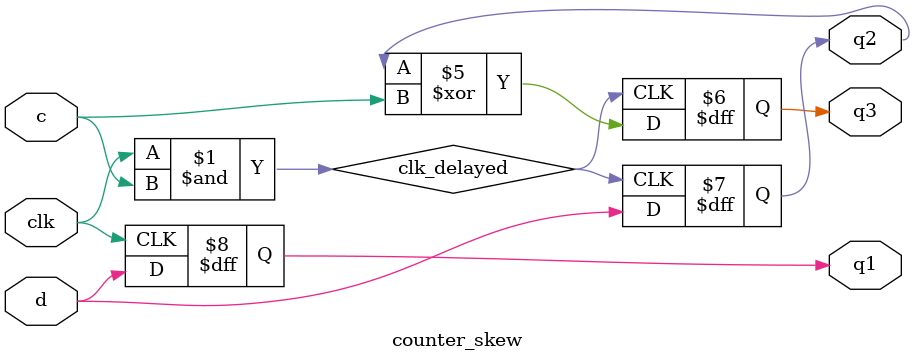
<source format=v>
`timescale 1ns/1ps

module counter_skew(
	input clk,
	input d,
	input c,
	output reg q1,
	output reg q2,
	output reg q3
    );

    // Goal : for delay through a LUT (instead of global clock routing)
    wire clk_delayed;
    assign clk_delayed = clk & c; // LUT will be inserted

    always @(posedge clk) q1 <= d; // flip-flop driven by direct clock

     // Flip-flops driven by "fabric-routed clock"
    // //potential risk of skew: depending of placement,
    // there's no guarantee that the "clk_delayed" signal will reach flip flop
    // q2 and q3 at the same time
    always @(posedge clk_delayed) q2 <= d;
    always @(posedge clk_delayed) q3 <= q2 ^ c;

endmodule

	

</source>
